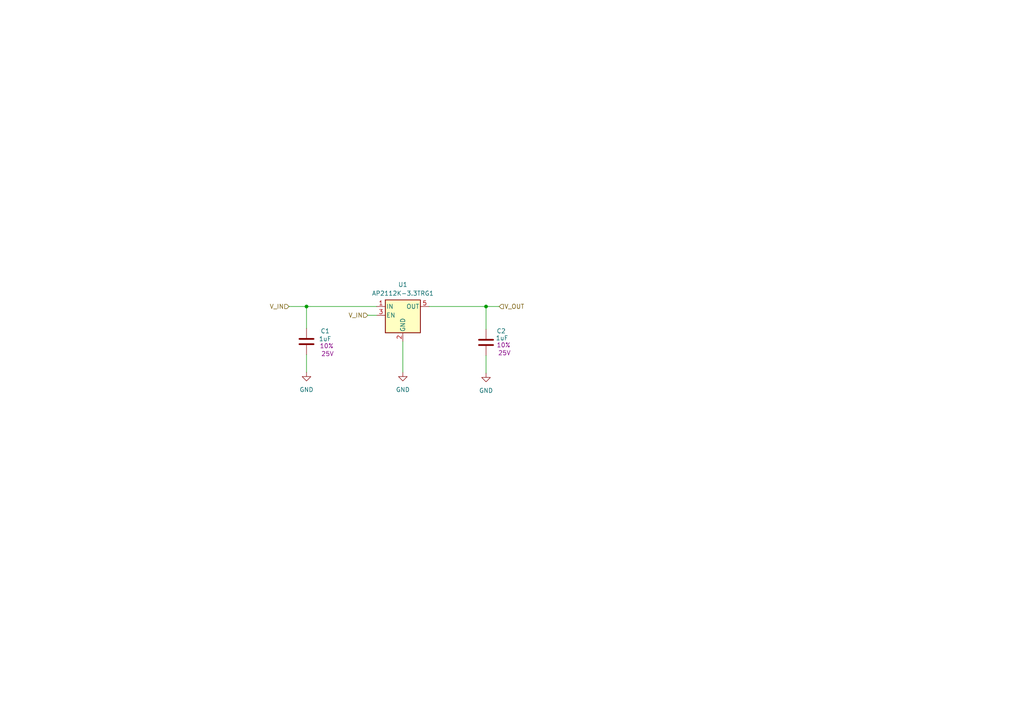
<source format=kicad_sch>
(kicad_sch (version 20230121) (generator eeschema)

  (uuid 24c5ef59-2eae-459c-9059-4fae62134605)

  (paper "A4")

  (title_block
    (company "Yuri GmbH")
  )

  (lib_symbols
    (symbol "Device:C" (pin_numbers hide) (pin_names (offset 0.254)) (in_bom yes) (on_board yes)
      (property "Reference" "C" (at 0.635 2.54 0)
        (effects (font (size 1.27 1.27)) (justify left))
      )
      (property "Value" "C" (at 0.635 -2.54 0)
        (effects (font (size 1.27 1.27)) (justify left))
      )
      (property "Footprint" "" (at 0.9652 -3.81 0)
        (effects (font (size 1.27 1.27)) hide)
      )
      (property "Datasheet" "~" (at 0 0 0)
        (effects (font (size 1.27 1.27)) hide)
      )
      (property "ki_keywords" "cap capacitor" (at 0 0 0)
        (effects (font (size 1.27 1.27)) hide)
      )
      (property "ki_description" "Unpolarized capacitor" (at 0 0 0)
        (effects (font (size 1.27 1.27)) hide)
      )
      (property "ki_fp_filters" "C_*" (at 0 0 0)
        (effects (font (size 1.27 1.27)) hide)
      )
      (symbol "C_0_1"
        (polyline
          (pts
            (xy -2.032 -0.762)
            (xy 2.032 -0.762)
          )
          (stroke (width 0.508) (type default))
          (fill (type none))
        )
        (polyline
          (pts
            (xy -2.032 0.762)
            (xy 2.032 0.762)
          )
          (stroke (width 0.508) (type default))
          (fill (type none))
        )
      )
      (symbol "C_1_1"
        (pin passive line (at 0 3.81 270) (length 2.794)
          (name "~" (effects (font (size 1.27 1.27))))
          (number "1" (effects (font (size 1.27 1.27))))
        )
        (pin passive line (at 0 -3.81 90) (length 2.794)
          (name "~" (effects (font (size 1.27 1.27))))
          (number "2" (effects (font (size 1.27 1.27))))
        )
      )
    )
    (symbol "Regulator_Linear:LD39015M33R" (pin_names (offset 0.254)) (in_bom yes) (on_board yes)
      (property "Reference" "U" (at -3.81 5.715 0)
        (effects (font (size 1.27 1.27)))
      )
      (property "Value" "LD39015M33R" (at 0 5.715 0)
        (effects (font (size 1.27 1.27)) (justify left))
      )
      (property "Footprint" "Package_TO_SOT_SMD:SOT-23-5" (at 0 8.255 0)
        (effects (font (size 1.27 1.27) italic) hide)
      )
      (property "Datasheet" "http://www.st.com/resource/en/datasheet/ld39015.pdf" (at 0 0 0)
        (effects (font (size 1.27 1.27)) hide)
      )
      (property "ki_keywords" "150mA LDO Regulator Fixed Positive" (at 0 0 0)
        (effects (font (size 1.27 1.27)) hide)
      )
      (property "ki_description" "150mA low quiescent current low noise voltage regulator, Fixed Output 3.3V, SOT-23-5" (at 0 0 0)
        (effects (font (size 1.27 1.27)) hide)
      )
      (property "ki_fp_filters" "SOT?23*" (at 0 0 0)
        (effects (font (size 1.27 1.27)) hide)
      )
      (symbol "LD39015M33R_0_1"
        (rectangle (start -5.08 4.445) (end 5.08 -5.08)
          (stroke (width 0.254) (type default))
          (fill (type background))
        )
      )
      (symbol "LD39015M33R_1_1"
        (pin power_in line (at -7.62 2.54 0) (length 2.54)
          (name "IN" (effects (font (size 1.27 1.27))))
          (number "1" (effects (font (size 1.27 1.27))))
        )
        (pin power_in line (at 0 -7.62 90) (length 2.54)
          (name "GND" (effects (font (size 1.27 1.27))))
          (number "2" (effects (font (size 1.27 1.27))))
        )
        (pin input line (at -7.62 0 0) (length 2.54)
          (name "EN" (effects (font (size 1.27 1.27))))
          (number "3" (effects (font (size 1.27 1.27))))
        )
        (pin no_connect line (at 5.08 0 180) (length 2.54) hide
          (name "NC" (effects (font (size 1.27 1.27))))
          (number "4" (effects (font (size 1.27 1.27))))
        )
        (pin power_out line (at 7.62 2.54 180) (length 2.54)
          (name "OUT" (effects (font (size 1.27 1.27))))
          (number "5" (effects (font (size 1.27 1.27))))
        )
      )
    )
    (symbol "power:GND" (power) (pin_names (offset 0)) (in_bom yes) (on_board yes)
      (property "Reference" "#PWR" (at 0 -6.35 0)
        (effects (font (size 1.27 1.27)) hide)
      )
      (property "Value" "GND" (at 0 -3.81 0)
        (effects (font (size 1.27 1.27)))
      )
      (property "Footprint" "" (at 0 0 0)
        (effects (font (size 1.27 1.27)) hide)
      )
      (property "Datasheet" "" (at 0 0 0)
        (effects (font (size 1.27 1.27)) hide)
      )
      (property "ki_keywords" "global power" (at 0 0 0)
        (effects (font (size 1.27 1.27)) hide)
      )
      (property "ki_description" "Power symbol creates a global label with name \"GND\" , ground" (at 0 0 0)
        (effects (font (size 1.27 1.27)) hide)
      )
      (symbol "GND_0_1"
        (polyline
          (pts
            (xy 0 0)
            (xy 0 -1.27)
            (xy 1.27 -1.27)
            (xy 0 -2.54)
            (xy -1.27 -1.27)
            (xy 0 -1.27)
          )
          (stroke (width 0) (type default))
          (fill (type none))
        )
      )
      (symbol "GND_1_1"
        (pin power_in line (at 0 0 270) (length 0) hide
          (name "GND" (effects (font (size 1.27 1.27))))
          (number "1" (effects (font (size 1.27 1.27))))
        )
      )
    )
  )

  (junction (at 140.97 88.9) (diameter 0) (color 0 0 0 0)
    (uuid 3bf9822a-ba40-4a35-9372-26624d8aabb7)
  )
  (junction (at 88.9 88.9) (diameter 0) (color 0 0 0 0)
    (uuid 3d1e1cc2-7f69-4ae6-b8bd-89001de8de9d)
  )

  (wire (pts (xy 140.97 88.9) (xy 140.97 95.504))
    (stroke (width 0) (type default))
    (uuid 1f917931-9be4-43d1-ad9a-2b4a5ea89e89)
  )
  (wire (pts (xy 88.9 102.87) (xy 88.9 107.95))
    (stroke (width 0) (type default))
    (uuid 5f944b7a-be55-47f7-bbdf-785fd04efefa)
  )
  (wire (pts (xy 83.82 88.9) (xy 88.9 88.9))
    (stroke (width 0) (type default))
    (uuid 6ebfc6fb-47e0-4ac4-ab32-e4ac6a57ac40)
  )
  (wire (pts (xy 140.97 103.124) (xy 140.97 108.204))
    (stroke (width 0) (type default))
    (uuid 70920d1b-1847-483d-98f3-2777a28d28e6)
  )
  (wire (pts (xy 88.9 88.9) (xy 109.22 88.9))
    (stroke (width 0) (type default))
    (uuid 738a249c-3637-4ccb-9837-3b821c6b8a67)
  )
  (wire (pts (xy 88.9 95.25) (xy 88.9 88.9))
    (stroke (width 0) (type default))
    (uuid 7661f370-1f2e-4ec9-95c2-cd2591ddfe80)
  )
  (wire (pts (xy 116.84 99.06) (xy 116.84 107.95))
    (stroke (width 0) (type default))
    (uuid 8092c2ae-70e5-4a83-9a02-50fb28c9fb14)
  )
  (wire (pts (xy 140.97 88.9) (xy 144.78 88.9))
    (stroke (width 0) (type default))
    (uuid b3f6f4c3-5811-4416-9d63-b63990c8a54a)
  )
  (wire (pts (xy 124.46 88.9) (xy 140.97 88.9))
    (stroke (width 0) (type default))
    (uuid c4af7e73-ae1c-4ed3-aa1b-b8b2365dd8c9)
  )
  (wire (pts (xy 106.68 91.44) (xy 109.22 91.44))
    (stroke (width 0) (type default))
    (uuid ec0b5c85-f07a-4420-8eae-1b074b02d23d)
  )

  (hierarchical_label "V_IN" (shape input) (at 106.68 91.44 180) (fields_autoplaced)
    (effects (font (size 1.27 1.27)) (justify right))
    (uuid 73d41e39-4ccd-4bea-adb5-85b674517801)
  )
  (hierarchical_label "V_OUT" (shape input) (at 144.78 88.9 0) (fields_autoplaced)
    (effects (font (size 1.27 1.27)) (justify left))
    (uuid b680944a-2e36-48bb-b8c2-6c0fef672afb)
  )
  (hierarchical_label "V_IN" (shape input) (at 83.82 88.9 180) (fields_autoplaced)
    (effects (font (size 1.27 1.27)) (justify right))
    (uuid c4d2209f-cc21-411f-9e80-84be342d70c6)
  )

  (symbol (lib_id "power:GND") (at 140.97 108.204 0) (unit 1)
    (in_bom yes) (on_board yes) (dnp no) (fields_autoplaced)
    (uuid 0e038107-5be7-4faf-a366-0a581b295470)
    (property "Reference" "#PWR060" (at 140.97 114.554 0)
      (effects (font (size 1.27 1.27)) hide)
    )
    (property "Value" "GND" (at 140.97 113.284 0)
      (effects (font (size 1.27 1.27)))
    )
    (property "Footprint" "" (at 140.97 108.204 0)
      (effects (font (size 1.27 1.27)) hide)
    )
    (property "Datasheet" "" (at 140.97 108.204 0)
      (effects (font (size 1.27 1.27)) hide)
    )
    (pin "1" (uuid 00032ecc-2a30-4f23-be34-2737a2d04737))
    (instances
      (project "fluidics"
        (path "/5aff9a6f-f35d-45e7-96e9-9f7161704ccd/e03959c4-9e64-4b3f-9b6f-d7efae0d62dd"
          (reference "#PWR060") (unit 1)
        )
      )
    )
  )

  (symbol (lib_id "Device:C") (at 140.97 99.314 0) (unit 1)
    (in_bom yes) (on_board yes) (dnp no)
    (uuid 789c3de7-3176-4925-8b57-f14fdca0edcd)
    (property "Reference" "C2" (at 144.018 96.012 0)
      (effects (font (size 1.27 1.27)) (justify left))
    )
    (property "Value" "1uF" (at 143.764 98.044 0)
      (effects (font (size 1.27 1.27)) (justify left))
    )
    (property "Footprint" "Capacitor_SMD:C_0603_1608Metric_Pad1.08x0.95mm_HandSolder" (at 141.9352 103.124 0)
      (effects (font (size 1.27 1.27)) hide)
    )
    (property "Datasheet" "https://mm.digikey.com/Volume0/opasdata/d220001/medias/docus/1284/CL21B104KACNNNC_Spec.pdf" (at 140.97 99.314 0)
      (effects (font (size 1.27 1.27)) hide)
    )
    (property "Tolerance" "10%" (at 146.05 100.076 0)
      (effects (font (size 1.27 1.27)))
    )
    (property "Voltage" "25V" (at 146.304 102.362 0)
      (effects (font (size 1.27 1.27)))
    )
    (property "Supplier" "DigiKey" (at 140.97 99.314 0)
      (effects (font (size 1.27 1.27)) hide)
    )
    (property "Supplier part number" "CL10B105KA8NNNC" (at 140.97 99.314 0)
      (effects (font (size 1.27 1.27)) hide)
    )
    (pin "1" (uuid 892112f6-079c-4972-962a-99354a4f5715))
    (pin "2" (uuid d90a4360-caa7-41e4-a62b-fd1105d1e834))
    (instances
      (project "fluidics"
        (path "/5aff9a6f-f35d-45e7-96e9-9f7161704ccd/e03959c4-9e64-4b3f-9b6f-d7efae0d62dd"
          (reference "C2") (unit 1)
        )
      )
    )
  )

  (symbol (lib_id "Device:C") (at 88.9 99.06 0) (unit 1)
    (in_bom yes) (on_board yes) (dnp no)
    (uuid 7bb36a0b-1b63-4c3c-b7bf-554038aef1b0)
    (property "Reference" "C1" (at 92.964 96.012 0)
      (effects (font (size 1.27 1.27)) (justify left))
    )
    (property "Value" "1uF" (at 92.456 98.298 0)
      (effects (font (size 1.27 1.27)) (justify left))
    )
    (property "Footprint" "Capacitor_SMD:C_0603_1608Metric_Pad1.08x0.95mm_HandSolder" (at 89.8652 102.87 0)
      (effects (font (size 1.27 1.27)) hide)
    )
    (property "Datasheet" "https://mm.digikey.com/Volume0/opasdata/d220001/medias/docus/1284/CL21B104KACNNNC_Spec.pdf" (at 88.9 99.06 0)
      (effects (font (size 1.27 1.27)) hide)
    )
    (property "Tolerance" "10%" (at 94.742 100.33 0)
      (effects (font (size 1.27 1.27)))
    )
    (property "Voltage" "25V" (at 94.996 102.616 0)
      (effects (font (size 1.27 1.27)))
    )
    (property "Supplier" "DigiKey" (at 88.9 99.06 0)
      (effects (font (size 1.27 1.27)) hide)
    )
    (property "Supplier part number" "CL10B105KA8NNNC" (at 88.9 99.06 0)
      (effects (font (size 1.27 1.27)) hide)
    )
    (pin "1" (uuid 3b5a57b6-9d0d-4e86-b313-253a6bcf435d))
    (pin "2" (uuid dea8f7bf-a07e-440d-bb75-38998326b2da))
    (instances
      (project "fluidics"
        (path "/5aff9a6f-f35d-45e7-96e9-9f7161704ccd/e03959c4-9e64-4b3f-9b6f-d7efae0d62dd"
          (reference "C1") (unit 1)
        )
      )
    )
  )

  (symbol (lib_id "power:GND") (at 116.84 107.95 0) (unit 1)
    (in_bom yes) (on_board yes) (dnp no) (fields_autoplaced)
    (uuid 8a001a05-5860-4856-a8c9-43c98ce34738)
    (property "Reference" "#PWR059" (at 116.84 114.3 0)
      (effects (font (size 1.27 1.27)) hide)
    )
    (property "Value" "GND" (at 116.84 113.03 0)
      (effects (font (size 1.27 1.27)))
    )
    (property "Footprint" "" (at 116.84 107.95 0)
      (effects (font (size 1.27 1.27)) hide)
    )
    (property "Datasheet" "" (at 116.84 107.95 0)
      (effects (font (size 1.27 1.27)) hide)
    )
    (pin "1" (uuid 09607275-0d16-4b28-ab4a-c8dede5017a3))
    (instances
      (project "fluidics"
        (path "/5aff9a6f-f35d-45e7-96e9-9f7161704ccd/e03959c4-9e64-4b3f-9b6f-d7efae0d62dd"
          (reference "#PWR059") (unit 1)
        )
      )
    )
  )

  (symbol (lib_id "Regulator_Linear:LD39015M33R") (at 116.84 91.44 0) (unit 1)
    (in_bom yes) (on_board yes) (dnp no) (fields_autoplaced)
    (uuid ccfc535c-be8a-44fb-a9fe-2faf6c75801c)
    (property "Reference" "U1" (at 116.84 82.55 0)
      (effects (font (size 1.27 1.27)))
    )
    (property "Value" "AP2112K-3.3TRG1\n" (at 116.84 85.09 0)
      (effects (font (size 1.27 1.27)))
    )
    (property "Footprint" "Package_TO_SOT_SMD:SOT-23-5" (at 116.84 83.185 0)
      (effects (font (size 1.27 1.27) italic) hide)
    )
    (property "Datasheet" "https://www.diodes.com/assets/Datasheets/AP2112.pdf" (at 116.84 91.44 0)
      (effects (font (size 1.27 1.27)) hide)
    )
    (property "Supplier" "Digikey" (at 116.84 91.44 0)
      (effects (font (size 1.27 1.27)) hide)
    )
    (property "Supplier part number" "AP2112K-3.3TRG1" (at 116.84 91.44 0)
      (effects (font (size 1.27 1.27)) hide)
    )
    (pin "1" (uuid 8ce6cc29-7739-43ff-8780-a2a2a07f7a36))
    (pin "2" (uuid 450d0973-8fb0-44d9-bf18-f5f14ec54d2e))
    (pin "3" (uuid 9627a387-00ee-4f81-8207-05005c301ecc))
    (pin "4" (uuid 77279801-97b0-4753-a4be-cf692da64654))
    (pin "5" (uuid c047c96f-dcc3-482f-90ac-d61ea78b4ae5))
    (instances
      (project "fluidics"
        (path "/5aff9a6f-f35d-45e7-96e9-9f7161704ccd/e03959c4-9e64-4b3f-9b6f-d7efae0d62dd"
          (reference "U1") (unit 1)
        )
      )
    )
  )

  (symbol (lib_id "power:GND") (at 88.9 107.95 0) (unit 1)
    (in_bom yes) (on_board yes) (dnp no) (fields_autoplaced)
    (uuid ff803719-acc6-4816-bc49-c6c933b891e8)
    (property "Reference" "#PWR058" (at 88.9 114.3 0)
      (effects (font (size 1.27 1.27)) hide)
    )
    (property "Value" "GND" (at 88.9 113.03 0)
      (effects (font (size 1.27 1.27)))
    )
    (property "Footprint" "" (at 88.9 107.95 0)
      (effects (font (size 1.27 1.27)) hide)
    )
    (property "Datasheet" "" (at 88.9 107.95 0)
      (effects (font (size 1.27 1.27)) hide)
    )
    (pin "1" (uuid 40b948d3-9465-4339-9f5a-cd8432f11ea3))
    (instances
      (project "fluidics"
        (path "/5aff9a6f-f35d-45e7-96e9-9f7161704ccd/e03959c4-9e64-4b3f-9b6f-d7efae0d62dd"
          (reference "#PWR058") (unit 1)
        )
      )
    )
  )
)

</source>
